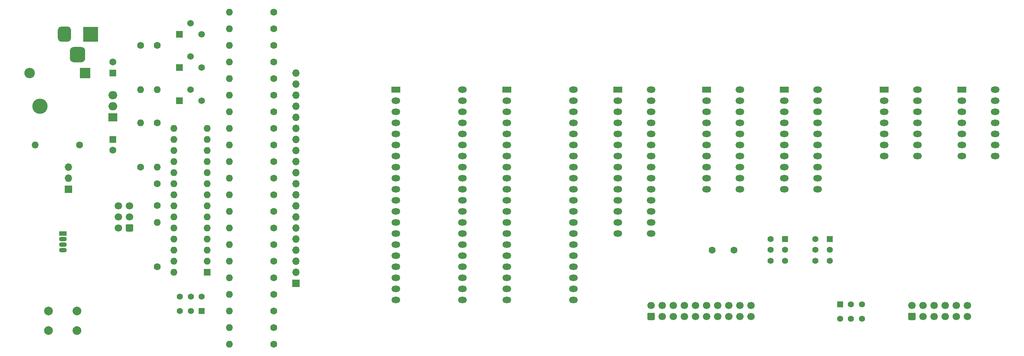
<source format=gbs>
G04 #@! TF.GenerationSoftware,KiCad,Pcbnew,(5.1.9)-1*
G04 #@! TF.CreationDate,2021-04-09T12:03:22+02:00*
G04 #@! TF.ProjectId,Yet Another AVR Fusebit Rescuer,59657420-416e-46f7-9468-657220415652,V1.1*
G04 #@! TF.SameCoordinates,Original*
G04 #@! TF.FileFunction,Soldermask,Bot*
G04 #@! TF.FilePolarity,Negative*
%FSLAX46Y46*%
G04 Gerber Fmt 4.6, Leading zero omitted, Abs format (unit mm)*
G04 Created by KiCad (PCBNEW (5.1.9)-1) date 2021-04-09 12:03:22*
%MOMM*%
%LPD*%
G01*
G04 APERTURE LIST*
%ADD10O,2.000000X1.440000*%
%ADD11R,2.000000X1.440000*%
%ADD12C,1.700000*%
%ADD13O,2.400000X2.400000*%
%ADD14R,2.400000X2.400000*%
%ADD15C,1.400000*%
%ADD16R,1.400000X1.400000*%
%ADD17O,1.700000X1.700000*%
%ADD18R,1.700000X1.700000*%
%ADD19O,1.600000X1.600000*%
%ADD20C,1.600000*%
%ADD21R,1.500000X1.500000*%
%ADD22C,1.500000*%
%ADD23O,1.800000X1.070000*%
%ADD24R,1.800000X1.070000*%
%ADD25C,2.000000*%
%ADD26O,2.000000X1.905000*%
%ADD27R,2.000000X1.905000*%
%ADD28O,3.500000X3.500000*%
%ADD29R,3.500000X3.500000*%
%ADD30R,1.600000X1.600000*%
G04 APERTURE END LIST*
D10*
X179070000Y-102870000D03*
X171450000Y-102870000D03*
X179070000Y-100330000D03*
X171450000Y-100330000D03*
X179070000Y-97790000D03*
X171450000Y-97790000D03*
X179070000Y-95250000D03*
X171450000Y-95250000D03*
X179070000Y-92710000D03*
X171450000Y-92710000D03*
X179070000Y-90170000D03*
X171450000Y-90170000D03*
X179070000Y-87630000D03*
X171450000Y-87630000D03*
X179070000Y-85090000D03*
X171450000Y-85090000D03*
X179070000Y-82550000D03*
X171450000Y-82550000D03*
X179070000Y-80010000D03*
X171450000Y-80010000D03*
X179070000Y-77470000D03*
X171450000Y-77470000D03*
X179070000Y-74930000D03*
X171450000Y-74930000D03*
X179070000Y-72390000D03*
X171450000Y-72390000D03*
X179070000Y-69850000D03*
D11*
X171450000Y-69850000D03*
D12*
X57150000Y-96520000D03*
X57150000Y-99060000D03*
X57150000Y-101600000D03*
X59690000Y-96520000D03*
X59690000Y-99060000D03*
G36*
G01*
X60540000Y-101000000D02*
X60540000Y-102200000D01*
G75*
G02*
X60290000Y-102450000I-250000J0D01*
G01*
X59090000Y-102450000D01*
G75*
G02*
X58840000Y-102200000I0J250000D01*
G01*
X58840000Y-101000000D01*
G75*
G02*
X59090000Y-100750000I250000J0D01*
G01*
X60290000Y-100750000D01*
G75*
G02*
X60540000Y-101000000I0J-250000D01*
G01*
G37*
D13*
X36830000Y-66040000D03*
D14*
X49530000Y-66040000D03*
D12*
X251460000Y-119380000D03*
X248920000Y-119380000D03*
X246380000Y-119380000D03*
X243840000Y-119380000D03*
X241300000Y-119380000D03*
X238760000Y-119380000D03*
X251460000Y-121920000D03*
X248920000Y-121920000D03*
X246380000Y-121920000D03*
X243840000Y-121920000D03*
X241300000Y-121920000D03*
G36*
G01*
X239360000Y-122770000D02*
X238160000Y-122770000D01*
G75*
G02*
X237910000Y-122520000I0J250000D01*
G01*
X237910000Y-121320000D01*
G75*
G02*
X238160000Y-121070000I250000J0D01*
G01*
X239360000Y-121070000D01*
G75*
G02*
X239610000Y-121320000I0J-250000D01*
G01*
X239610000Y-122520000D01*
G75*
G02*
X239360000Y-122770000I-250000J0D01*
G01*
G37*
X201930000Y-119380000D03*
X199390000Y-119380000D03*
X196850000Y-119380000D03*
X194310000Y-119380000D03*
X191770000Y-119380000D03*
X189230000Y-119380000D03*
X186690000Y-119380000D03*
X184150000Y-119380000D03*
X181610000Y-119380000D03*
X179070000Y-119380000D03*
X201930000Y-121920000D03*
X199390000Y-121920000D03*
X196850000Y-121920000D03*
X194310000Y-121920000D03*
X191770000Y-121920000D03*
X189230000Y-121920000D03*
X186690000Y-121920000D03*
X184150000Y-121920000D03*
X181610000Y-121920000D03*
G36*
G01*
X179670000Y-122770000D02*
X178470000Y-122770000D01*
G75*
G02*
X178220000Y-122520000I0J250000D01*
G01*
X178220000Y-121320000D01*
G75*
G02*
X178470000Y-121070000I250000J0D01*
G01*
X179670000Y-121070000D01*
G75*
G02*
X179920000Y-121320000I0J-250000D01*
G01*
X179920000Y-122520000D01*
G75*
G02*
X179670000Y-122770000I-250000J0D01*
G01*
G37*
D10*
X257810000Y-85090000D03*
X250190000Y-85090000D03*
X257810000Y-82550000D03*
X250190000Y-82550000D03*
X257810000Y-80010000D03*
X250190000Y-80010000D03*
X257810000Y-77470000D03*
X250190000Y-77470000D03*
X257810000Y-74930000D03*
X250190000Y-74930000D03*
X257810000Y-72390000D03*
X250190000Y-72390000D03*
X257810000Y-69850000D03*
D11*
X250190000Y-69850000D03*
D10*
X240030000Y-85090000D03*
X232410000Y-85090000D03*
X240030000Y-82550000D03*
X232410000Y-82550000D03*
X240030000Y-80010000D03*
X232410000Y-80010000D03*
X240030000Y-77470000D03*
X232410000Y-77470000D03*
X240030000Y-74930000D03*
X232410000Y-74930000D03*
X240030000Y-72390000D03*
X232410000Y-72390000D03*
X240030000Y-69850000D03*
D11*
X232410000Y-69850000D03*
D10*
X217170000Y-92710000D03*
X209550000Y-92710000D03*
X217170000Y-90170000D03*
X209550000Y-90170000D03*
X217170000Y-87630000D03*
X209550000Y-87630000D03*
X217170000Y-85090000D03*
X209550000Y-85090000D03*
X217170000Y-82550000D03*
X209550000Y-82550000D03*
X217170000Y-80010000D03*
X209550000Y-80010000D03*
X217170000Y-77470000D03*
X209550000Y-77470000D03*
X217170000Y-74930000D03*
X209550000Y-74930000D03*
X217170000Y-72390000D03*
X209550000Y-72390000D03*
X217170000Y-69850000D03*
D11*
X209550000Y-69850000D03*
D10*
X199390000Y-92710000D03*
X191770000Y-92710000D03*
X199390000Y-90170000D03*
X191770000Y-90170000D03*
X199390000Y-87630000D03*
X191770000Y-87630000D03*
X199390000Y-85090000D03*
X191770000Y-85090000D03*
X199390000Y-82550000D03*
X191770000Y-82550000D03*
X199390000Y-80010000D03*
X191770000Y-80010000D03*
X199390000Y-77470000D03*
X191770000Y-77470000D03*
X199390000Y-74930000D03*
X191770000Y-74930000D03*
X199390000Y-72390000D03*
X191770000Y-72390000D03*
X199390000Y-69850000D03*
D11*
X191770000Y-69850000D03*
D15*
X227290000Y-122426000D03*
X224790000Y-122426000D03*
X222290000Y-122426000D03*
X227290000Y-119126000D03*
X224790000Y-119126000D03*
D16*
X222290000Y-119126000D03*
D10*
X161290000Y-118110000D03*
X146050000Y-118110000D03*
X161290000Y-115570000D03*
X146050000Y-115570000D03*
X161290000Y-113030000D03*
X146050000Y-113030000D03*
X161290000Y-110490000D03*
X146050000Y-110490000D03*
X161290000Y-107950000D03*
X146050000Y-107950000D03*
X161290000Y-105410000D03*
X146050000Y-105410000D03*
X161290000Y-102870000D03*
X146050000Y-102870000D03*
X161290000Y-100330000D03*
X146050000Y-100330000D03*
X161290000Y-97790000D03*
X146050000Y-97790000D03*
X161290000Y-95250000D03*
X146050000Y-95250000D03*
X161290000Y-92710000D03*
X146050000Y-92710000D03*
X161290000Y-90170000D03*
X146050000Y-90170000D03*
X161290000Y-87630000D03*
X146050000Y-87630000D03*
X161290000Y-85090000D03*
X146050000Y-85090000D03*
X161290000Y-82550000D03*
X146050000Y-82550000D03*
X161290000Y-80010000D03*
X146050000Y-80010000D03*
X161290000Y-77470000D03*
X146050000Y-77470000D03*
X161290000Y-74930000D03*
X146050000Y-74930000D03*
X161290000Y-72390000D03*
X146050000Y-72390000D03*
X161290000Y-69850000D03*
D11*
X146050000Y-69850000D03*
D10*
X135890000Y-118110000D03*
X120650000Y-118110000D03*
X135890000Y-115570000D03*
X120650000Y-115570000D03*
X135890000Y-113030000D03*
X120650000Y-113030000D03*
X135890000Y-110490000D03*
X120650000Y-110490000D03*
X135890000Y-107950000D03*
X120650000Y-107950000D03*
X135890000Y-105410000D03*
X120650000Y-105410000D03*
X135890000Y-102870000D03*
X120650000Y-102870000D03*
X135890000Y-100330000D03*
X120650000Y-100330000D03*
X135890000Y-97790000D03*
X120650000Y-97790000D03*
X135890000Y-95250000D03*
X120650000Y-95250000D03*
X135890000Y-92710000D03*
X120650000Y-92710000D03*
X135890000Y-90170000D03*
X120650000Y-90170000D03*
X135890000Y-87630000D03*
X120650000Y-87630000D03*
X135890000Y-85090000D03*
X120650000Y-85090000D03*
X135890000Y-82550000D03*
X120650000Y-82550000D03*
X135890000Y-80010000D03*
X120650000Y-80010000D03*
X135890000Y-77470000D03*
X120650000Y-77470000D03*
X135890000Y-74930000D03*
X120650000Y-74930000D03*
X135890000Y-72390000D03*
X120650000Y-72390000D03*
X135890000Y-69850000D03*
D11*
X120650000Y-69850000D03*
D15*
X206377000Y-109140000D03*
X206377000Y-106640000D03*
X206377000Y-104140000D03*
X209677000Y-109140000D03*
X209677000Y-106640000D03*
D16*
X209677000Y-104140000D03*
D15*
X216664000Y-109140000D03*
X216664000Y-106640000D03*
X216664000Y-104140000D03*
X219964000Y-109140000D03*
X219964000Y-106640000D03*
D16*
X219964000Y-104140000D03*
D15*
X71200000Y-117350000D03*
X73700000Y-117350000D03*
X76200000Y-117350000D03*
X71200000Y-120650000D03*
X73700000Y-120650000D03*
D16*
X76200000Y-120650000D03*
D17*
X45720000Y-87630000D03*
X45720000Y-90170000D03*
D18*
X45720000Y-92710000D03*
D19*
X82550000Y-93980000D03*
D20*
X92710000Y-93980000D03*
D19*
X62230000Y-69850000D03*
D20*
X62230000Y-59690000D03*
D19*
X82550000Y-90170000D03*
D20*
X92710000Y-90170000D03*
D19*
X66040000Y-69850000D03*
D20*
X66040000Y-59690000D03*
D19*
X62230000Y-77470000D03*
D20*
X62230000Y-87630000D03*
D21*
X71120000Y-72390000D03*
D22*
X76200000Y-72390000D03*
X73660000Y-69850000D03*
D21*
X71120000Y-64770000D03*
D22*
X76200000Y-64770000D03*
X73660000Y-62230000D03*
D21*
X71120000Y-57150000D03*
D22*
X76200000Y-57150000D03*
X73660000Y-54610000D03*
D17*
X97790000Y-66040000D03*
X97790000Y-68580000D03*
X97790000Y-71120000D03*
X97790000Y-73660000D03*
X97790000Y-76200000D03*
X97790000Y-78740000D03*
X97790000Y-81280000D03*
X97790000Y-83820000D03*
X97790000Y-86360000D03*
X97790000Y-88900000D03*
X97790000Y-91440000D03*
X97790000Y-93980000D03*
X97790000Y-96520000D03*
X97790000Y-99060000D03*
X97790000Y-101600000D03*
X97790000Y-104140000D03*
X97790000Y-106680000D03*
X97790000Y-109220000D03*
X97790000Y-111760000D03*
D18*
X97790000Y-114300000D03*
D20*
X198040000Y-106680000D03*
X193040000Y-106680000D03*
D19*
X38100000Y-82550000D03*
D20*
X48260000Y-82550000D03*
D19*
X82550000Y-78740000D03*
D20*
X92710000Y-78740000D03*
D19*
X82550000Y-74930000D03*
D20*
X92710000Y-74930000D03*
D19*
X82550000Y-71120000D03*
D20*
X92710000Y-71120000D03*
D19*
X82550000Y-67310000D03*
D20*
X92710000Y-67310000D03*
D19*
X82550000Y-63500000D03*
D20*
X92710000Y-63500000D03*
D19*
X82550000Y-59690000D03*
D20*
X92710000Y-59690000D03*
D19*
X82550000Y-55880000D03*
D20*
X92710000Y-55880000D03*
D19*
X82550000Y-109220000D03*
D20*
X92710000Y-109220000D03*
D19*
X82550000Y-97790000D03*
D20*
X92710000Y-97790000D03*
D19*
X82550000Y-105410000D03*
D20*
X92710000Y-105410000D03*
D19*
X82550000Y-86360000D03*
D20*
X92710000Y-86360000D03*
D19*
X82550000Y-82550000D03*
D20*
X92710000Y-82550000D03*
D19*
X82550000Y-124460000D03*
D20*
X92710000Y-124460000D03*
D19*
X82550000Y-120650000D03*
D20*
X92710000Y-120650000D03*
D19*
X82550000Y-116840000D03*
D20*
X92710000Y-116840000D03*
D19*
X82550000Y-113030000D03*
D20*
X92710000Y-113030000D03*
D19*
X82550000Y-101600000D03*
D20*
X92710000Y-101600000D03*
D19*
X66040000Y-87630000D03*
D20*
X66040000Y-77470000D03*
D19*
X66040000Y-100330000D03*
D20*
X66040000Y-110490000D03*
D19*
X82550000Y-52070000D03*
D20*
X92710000Y-52070000D03*
D23*
X44450000Y-106680000D03*
X44450000Y-105410000D03*
X44450000Y-104140000D03*
D24*
X44450000Y-102870000D03*
D19*
X82550000Y-128270000D03*
D20*
X92710000Y-128270000D03*
D25*
X47625000Y-120650000D03*
X47625000Y-125150000D03*
X41125000Y-120650000D03*
X41125000Y-125150000D03*
D20*
X66040000Y-96440000D03*
X66040000Y-91440000D03*
D26*
X55880000Y-71120000D03*
X55880000Y-73660000D03*
D27*
X55880000Y-76200000D03*
D28*
X39220000Y-73660000D03*
G36*
G01*
X46050000Y-62725000D02*
X46050000Y-60975000D01*
G75*
G02*
X46925000Y-60100000I875000J0D01*
G01*
X48675000Y-60100000D01*
G75*
G02*
X49550000Y-60975000I0J-875000D01*
G01*
X49550000Y-62725000D01*
G75*
G02*
X48675000Y-63600000I-875000J0D01*
G01*
X46925000Y-63600000D01*
G75*
G02*
X46050000Y-62725000I0J875000D01*
G01*
G37*
G36*
G01*
X43300000Y-58150000D02*
X43300000Y-56150000D01*
G75*
G02*
X44050000Y-55400000I750000J0D01*
G01*
X45550000Y-55400000D01*
G75*
G02*
X46300000Y-56150000I0J-750000D01*
G01*
X46300000Y-58150000D01*
G75*
G02*
X45550000Y-58900000I-750000J0D01*
G01*
X44050000Y-58900000D01*
G75*
G02*
X43300000Y-58150000I0J750000D01*
G01*
G37*
D29*
X50800000Y-57150000D03*
D20*
X55880000Y-63540000D03*
D30*
X55880000Y-66040000D03*
D20*
X55880000Y-83780000D03*
D30*
X55880000Y-81280000D03*
D19*
X69850000Y-111760000D03*
X77470000Y-78740000D03*
X69850000Y-109220000D03*
X77470000Y-81280000D03*
X69850000Y-106680000D03*
X77470000Y-83820000D03*
X69850000Y-104140000D03*
X77470000Y-86360000D03*
X69850000Y-101600000D03*
X77470000Y-88900000D03*
X69850000Y-99060000D03*
X77470000Y-91440000D03*
X69850000Y-96520000D03*
X77470000Y-93980000D03*
X69850000Y-93980000D03*
X77470000Y-96520000D03*
X69850000Y-91440000D03*
X77470000Y-99060000D03*
X69850000Y-88900000D03*
X77470000Y-101600000D03*
X69850000Y-86360000D03*
X77470000Y-104140000D03*
X69850000Y-83820000D03*
X77470000Y-106680000D03*
X69850000Y-81280000D03*
X77470000Y-109220000D03*
X69850000Y-78740000D03*
D30*
X77470000Y-111760000D03*
M02*

</source>
